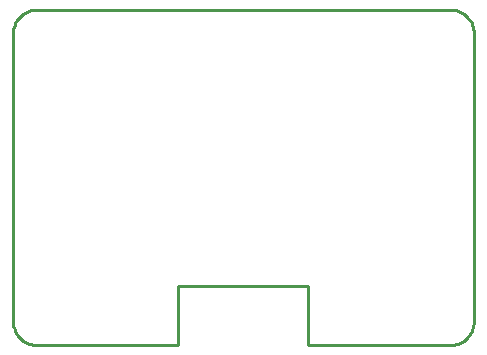
<source format=gbr>
G04 EAGLE Gerber RS-274X export*
G75*
%MOIN*%
%FSLAX34Y34*%
%LPD*%
%IN*%
%IPPOS*%
%AMOC8*
5,1,8,0,0,1.08239X$1,22.5*%
G01*
%ADD10C,0.010000*%


D10*
X0Y788D02*
X3Y719D01*
X12Y651D01*
X27Y584D01*
X48Y518D01*
X74Y455D01*
X106Y394D01*
X142Y336D01*
X184Y281D01*
X231Y231D01*
X281Y184D01*
X336Y143D01*
X394Y106D01*
X455Y74D01*
X518Y48D01*
X584Y27D01*
X651Y12D01*
X719Y3D01*
X787Y0D01*
X5512Y0D01*
X5512Y1969D01*
X9842Y1969D01*
X9842Y0D01*
X14567Y0D01*
X14636Y3D01*
X14704Y12D01*
X14771Y27D01*
X14836Y48D01*
X14900Y74D01*
X14961Y106D01*
X15019Y143D01*
X15073Y184D01*
X15124Y231D01*
X15170Y281D01*
X15212Y336D01*
X15249Y394D01*
X15281Y455D01*
X15307Y518D01*
X15327Y584D01*
X15342Y651D01*
X15351Y719D01*
X15354Y788D01*
X15354Y10394D01*
X15351Y10462D01*
X15342Y10530D01*
X15327Y10597D01*
X15307Y10663D01*
X15281Y10726D01*
X15249Y10787D01*
X15212Y10845D01*
X15170Y10900D01*
X15124Y10950D01*
X15073Y10997D01*
X15019Y11039D01*
X14961Y11076D01*
X14900Y11107D01*
X14836Y11134D01*
X14771Y11154D01*
X14704Y11169D01*
X14636Y11178D01*
X14567Y11181D01*
X787Y11181D01*
X719Y11178D01*
X651Y11169D01*
X584Y11154D01*
X518Y11134D01*
X455Y11107D01*
X394Y11076D01*
X336Y11039D01*
X281Y10997D01*
X231Y10950D01*
X184Y10900D01*
X142Y10845D01*
X106Y10787D01*
X74Y10726D01*
X48Y10663D01*
X27Y10597D01*
X12Y10530D01*
X3Y10462D01*
X0Y10394D01*
X0Y788D01*
M02*

</source>
